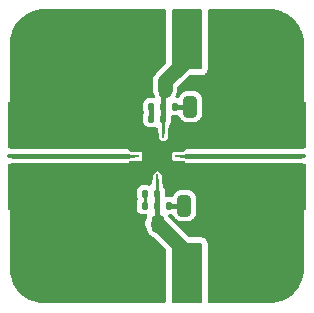
<source format=gbr>
%TF.GenerationSoftware,KiCad,Pcbnew,8.0.1*%
%TF.CreationDate,2024-06-29T11:44:41-04:00*%
%TF.ProjectId,X-Band Amplifier QPA2598,582d4261-6e64-4204-916d-706c69666965,v1.0*%
%TF.SameCoordinates,Original*%
%TF.FileFunction,Copper,L1,Top*%
%TF.FilePolarity,Positive*%
%FSLAX46Y46*%
G04 Gerber Fmt 4.6, Leading zero omitted, Abs format (unit mm)*
G04 Created by KiCad (PCBNEW 8.0.1) date 2024-06-29 11:44:41*
%MOMM*%
%LPD*%
G01*
G04 APERTURE LIST*
G04 Aperture macros list*
%AMRoundRect*
0 Rectangle with rounded corners*
0 $1 Rounding radius*
0 $2 $3 $4 $5 $6 $7 $8 $9 X,Y pos of 4 corners*
0 Add a 4 corners polygon primitive as box body*
4,1,4,$2,$3,$4,$5,$6,$7,$8,$9,$2,$3,0*
0 Add four circle primitives for the rounded corners*
1,1,$1+$1,$2,$3*
1,1,$1+$1,$4,$5*
1,1,$1+$1,$6,$7*
1,1,$1+$1,$8,$9*
0 Add four rect primitives between the rounded corners*
20,1,$1+$1,$2,$3,$4,$5,0*
20,1,$1+$1,$4,$5,$6,$7,0*
20,1,$1+$1,$6,$7,$8,$9,0*
20,1,$1+$1,$8,$9,$2,$3,0*%
G04 Aperture macros list end*
%TA.AperFunction,SMDPad,CuDef*%
%ADD10RoundRect,0.135000X0.135000X0.185000X-0.135000X0.185000X-0.135000X-0.185000X0.135000X-0.185000X0*%
%TD*%
%TA.AperFunction,SMDPad,CuDef*%
%ADD11RoundRect,0.135000X-0.135000X-0.185000X0.135000X-0.185000X0.135000X0.185000X-0.135000X0.185000X0*%
%TD*%
%TA.AperFunction,SMDPad,CuDef*%
%ADD12RoundRect,0.250000X-0.325000X-0.650000X0.325000X-0.650000X0.325000X0.650000X-0.325000X0.650000X0*%
%TD*%
%TA.AperFunction,SMDPad,CuDef*%
%ADD13RoundRect,0.250000X0.250000X0.475000X-0.250000X0.475000X-0.250000X-0.475000X0.250000X-0.475000X0*%
%TD*%
%TA.AperFunction,SMDPad,CuDef*%
%ADD14RoundRect,0.250000X-0.250000X-0.475000X0.250000X-0.475000X0.250000X0.475000X-0.250000X0.475000X0*%
%TD*%
%TA.AperFunction,SMDPad,CuDef*%
%ADD15RoundRect,0.250000X0.325000X0.650000X-0.325000X0.650000X-0.325000X-0.650000X0.325000X-0.650000X0*%
%TD*%
%TA.AperFunction,SMDPad,CuDef*%
%ADD16RoundRect,0.087500X0.412500X-0.087500X0.412500X0.087500X-0.412500X0.087500X-0.412500X-0.087500X0*%
%TD*%
%TA.AperFunction,SMDPad,CuDef*%
%ADD17R,5.500000X4.000000*%
%TD*%
%TA.AperFunction,SMDPad,CuDef*%
%ADD18RoundRect,0.062500X-0.350000X-0.062500X0.350000X-0.062500X0.350000X0.062500X-0.350000X0.062500X0*%
%TD*%
%TA.AperFunction,SMDPad,CuDef*%
%ADD19RoundRect,0.062500X-0.062500X-0.350000X0.062500X-0.350000X0.062500X0.350000X-0.062500X0.350000X0*%
%TD*%
%TA.AperFunction,HeatsinkPad*%
%ADD20C,0.500000*%
%TD*%
%TA.AperFunction,HeatsinkPad*%
%ADD21R,2.500000X2.500000*%
%TD*%
%TA.AperFunction,SMDPad,CuDef*%
%ADD22RoundRect,0.087500X-0.412500X0.087500X-0.412500X-0.087500X0.412500X-0.087500X0.412500X0.087500X0*%
%TD*%
%TA.AperFunction,ComponentPad*%
%ADD23C,5.562600*%
%TD*%
%TA.AperFunction,SMDPad,CuDef*%
%ADD24RoundRect,0.140000X0.140000X0.170000X-0.140000X0.170000X-0.140000X-0.170000X0.140000X-0.170000X0*%
%TD*%
%TA.AperFunction,SMDPad,CuDef*%
%ADD25RoundRect,0.140000X-0.140000X-0.170000X0.140000X-0.170000X0.140000X0.170000X-0.140000X0.170000X0*%
%TD*%
%TA.AperFunction,ViaPad*%
%ADD26C,0.600000*%
%TD*%
%TA.AperFunction,ViaPad*%
%ADD27C,0.500000*%
%TD*%
%TA.AperFunction,Conductor*%
%ADD28C,1.270000*%
%TD*%
%TA.AperFunction,Conductor*%
%ADD29C,0.250000*%
%TD*%
%TA.AperFunction,Conductor*%
%ADD30C,0.400000*%
%TD*%
G04 APERTURE END LIST*
D10*
%TO.P,R4,1*%
%TO.N,VD*%
X140210000Y-60325000D03*
%TO.P,R4,2*%
%TO.N,Net-(C6-Pad1)*%
X139190000Y-60325000D03*
%TD*%
D11*
%TO.P,R3,1*%
%TO.N,VD*%
X140206000Y-59309000D03*
%TO.P,R3,2*%
%TO.N,Net-(C5-Pad1)*%
X141226000Y-59309000D03*
%TD*%
%TO.P,R2,1*%
%TO.N,Net-(C2-Pad2)*%
X138682000Y-66675000D03*
%TO.P,R2,2*%
%TO.N,VG*%
X139702000Y-66675000D03*
%TD*%
D10*
%TO.P,R1,1*%
%TO.N,Net-(C1-Pad2)*%
X140718000Y-67691000D03*
%TO.P,R1,2*%
%TO.N,VG*%
X139698000Y-67691000D03*
%TD*%
D12*
%TO.P,C5,1*%
%TO.N,Net-(C5-Pad1)*%
X142543000Y-59309000D03*
%TO.P,C5,2*%
%TO.N,GND*%
X145493000Y-59309000D03*
%TD*%
D13*
%TO.P,C4,2*%
%TO.N,GND*%
X138496000Y-57785000D03*
%TO.P,C4,1*%
%TO.N,VD*%
X140396000Y-57785000D03*
%TD*%
D14*
%TO.P,C3,1*%
%TO.N,GND*%
X137861000Y-69215000D03*
%TO.P,C3,2*%
%TO.N,VG*%
X139761000Y-69215000D03*
%TD*%
D15*
%TO.P,C1,1*%
%TO.N,GND*%
X144985000Y-67691000D03*
%TO.P,C1,2*%
%TO.N,Net-(C1-Pad2)*%
X142035000Y-67691000D03*
%TD*%
D16*
%TO.P,J2,1,In*%
%TO.N,Net-(J2-In)*%
X151850000Y-63500000D03*
D17*
%TO.P,J2,2,Ext*%
%TO.N,GND*%
X149600000Y-66135000D03*
X149600000Y-60865000D03*
%TD*%
D18*
%TO.P,U1,1,NC*%
%TO.N,GND*%
X137762500Y-62500000D03*
%TO.P,U1,2,NC*%
X137762500Y-63000000D03*
%TO.P,U1,3,RF_IN*%
%TO.N,Net-(J1-In)*%
X137762500Y-63500000D03*
%TO.P,U1,4,NC*%
%TO.N,GND*%
X137762500Y-64000000D03*
%TO.P,U1,5,NC*%
X137762500Y-64500000D03*
D19*
%TO.P,U1,6,NC*%
X138700000Y-65437500D03*
%TO.P,U1,7,NC*%
X139200000Y-65437500D03*
%TO.P,U1,8,VG*%
%TO.N,VG*%
X139700000Y-65437500D03*
%TO.P,U1,9,NC*%
%TO.N,GND*%
X140200000Y-65437500D03*
%TO.P,U1,10,NC*%
X140700000Y-65437500D03*
D18*
%TO.P,U1,11,NC*%
X141637500Y-64500000D03*
%TO.P,U1,12,NC*%
X141637500Y-64000000D03*
%TO.P,U1,13,RF_OUT*%
%TO.N,Net-(J2-In)*%
X141637500Y-63500000D03*
%TO.P,U1,14,NC*%
%TO.N,GND*%
X141637500Y-63000000D03*
%TO.P,U1,15,NC*%
X141637500Y-62500000D03*
D19*
%TO.P,U1,16,NC*%
X140700000Y-61562500D03*
%TO.P,U1,17,VD*%
%TO.N,VD*%
X140200000Y-61562500D03*
%TO.P,U1,18,NC*%
%TO.N,GND*%
X139700000Y-61562500D03*
%TO.P,U1,19,NC*%
X139200000Y-61562500D03*
%TO.P,U1,20,NC*%
X138700000Y-61562500D03*
D20*
%TO.P,U1,21,GND*%
X138700000Y-62500000D03*
X138700000Y-64500000D03*
D21*
X139700000Y-63500000D03*
D20*
X140700000Y-62500000D03*
X140700000Y-64500000D03*
%TD*%
D22*
%TO.P,J1,1,In*%
%TO.N,Net-(J1-In)*%
X127550000Y-63500000D03*
D17*
%TO.P,J1,2,Ext*%
%TO.N,GND*%
X129800000Y-60865000D03*
X129800000Y-66135000D03*
%TD*%
D23*
%TO.P,H2,1,1*%
%TO.N,GND*%
X149225000Y-53975000D03*
%TD*%
%TO.P,H3,1,1*%
%TO.N,GND*%
X130175000Y-73025000D03*
%TD*%
D24*
%TO.P,C6,1*%
%TO.N,Net-(C6-Pad1)*%
X139192000Y-59309000D03*
%TO.P,C6,2*%
%TO.N,GND*%
X138232000Y-59309000D03*
%TD*%
D23*
%TO.P,H4,1,1*%
%TO.N,GND*%
X149225000Y-73025000D03*
%TD*%
%TO.P,H1,1,1*%
%TO.N,GND*%
X130175000Y-53975000D03*
%TD*%
D25*
%TO.P,C2,1*%
%TO.N,GND*%
X137696000Y-67691000D03*
%TO.P,C2,2*%
%TO.N,Net-(C2-Pad2)*%
X138656000Y-67691000D03*
%TD*%
D26*
%TO.N,GND*%
X139446000Y-55245000D03*
X133350000Y-60960000D03*
X134874000Y-60960000D03*
X136906000Y-60579000D03*
X141351000Y-60960000D03*
X141986000Y-60960000D03*
X142748000Y-60960000D03*
X130048000Y-69215000D03*
X143129000Y-57404000D03*
X147066000Y-57785000D03*
X145161000Y-55372000D03*
X145161000Y-52070000D03*
X134493000Y-52324000D03*
X139446000Y-52197000D03*
X139446000Y-53848000D03*
X134239000Y-56261000D03*
X132207000Y-57658000D03*
X134112000Y-58420000D03*
X134239000Y-60071000D03*
X146939000Y-69596000D03*
X136017000Y-70231000D03*
X132334000Y-70104000D03*
X134747000Y-68072000D03*
X145161000Y-71501000D03*
X145288000Y-74930000D03*
X139573000Y-72390000D03*
X139573000Y-73914000D03*
X139573000Y-75184000D03*
X134239000Y-71755000D03*
X134239000Y-74549000D03*
X135890000Y-59309000D03*
X143764000Y-67691000D03*
X133477000Y-66421000D03*
X134747000Y-66421000D03*
X136017000Y-66421000D03*
X137287000Y-57785000D03*
X144272000Y-59309000D03*
X145542000Y-57658000D03*
X145669000Y-60960000D03*
X144653000Y-60960000D03*
X143637000Y-60960000D03*
X145923000Y-66040000D03*
X143764000Y-66040000D03*
X146177000Y-67691000D03*
X144907000Y-66040000D03*
X144907000Y-69342000D03*
X137922000Y-70358000D03*
X136779000Y-69215000D03*
X136906000Y-67691000D03*
X137541000Y-66675000D03*
X135890000Y-57658000D03*
X137414000Y-59182000D03*
X138049000Y-60198000D03*
X141351000Y-61920000D03*
X138100000Y-61870000D03*
D27*
X140200000Y-64500000D03*
X139200000Y-64500000D03*
X139700000Y-64500000D03*
X138700000Y-64000000D03*
X140200000Y-64000000D03*
X139700000Y-64000000D03*
X140700000Y-64000000D03*
X139200000Y-64000000D03*
X140200000Y-63500000D03*
X139700000Y-63500000D03*
X138700000Y-63500000D03*
X140700000Y-63500000D03*
X139200000Y-63500000D03*
X140690000Y-63000000D03*
X140190000Y-63000000D03*
X139690000Y-63000000D03*
X139190000Y-63000000D03*
X138690000Y-63000000D03*
X140200000Y-62500000D03*
X139700000Y-62500000D03*
X139200000Y-62500000D03*
D26*
X148082000Y-62484000D03*
X132588000Y-62484000D03*
X143256000Y-61849000D03*
X133858000Y-62484000D03*
X131953000Y-64516000D03*
X132842000Y-61849000D03*
X130048000Y-64516000D03*
X147447000Y-62484000D03*
X148717000Y-62484000D03*
X133477000Y-61849000D03*
X146177000Y-64516000D03*
X148971000Y-61849000D03*
X148717000Y-64516000D03*
X141250000Y-65060000D03*
X136017000Y-61849000D03*
X142367000Y-62484000D03*
X138140000Y-65040000D03*
X149606000Y-65151000D03*
X134493000Y-62484000D03*
X149987000Y-64516000D03*
X142621000Y-61849000D03*
X132842000Y-65151000D03*
X135763000Y-62484000D03*
X147066000Y-61849000D03*
X149606000Y-61849000D03*
X135128000Y-62484000D03*
X145796000Y-65151000D03*
X143891000Y-65151000D03*
X150241000Y-65151000D03*
X149352000Y-62484000D03*
X144272000Y-62484000D03*
X133223000Y-62484000D03*
X132588000Y-64516000D03*
X148336000Y-61849000D03*
X131953000Y-62484000D03*
X143891000Y-61849000D03*
X150622000Y-62484000D03*
X128397000Y-61849000D03*
X135382000Y-61849000D03*
X135382000Y-65151000D03*
X129032000Y-65151000D03*
X150241000Y-61849000D03*
X132207000Y-65151000D03*
X145542000Y-64516000D03*
X146812000Y-62484000D03*
X145161000Y-65151000D03*
X136652000Y-65151000D03*
X135128000Y-64516000D03*
X140690600Y-66210000D03*
X143002000Y-64516000D03*
X151511000Y-61849000D03*
X142748000Y-66040000D03*
X145161000Y-61849000D03*
X136398000Y-62484000D03*
X150876000Y-61849000D03*
X129032000Y-61849000D03*
X148971000Y-65151000D03*
X127508000Y-64516000D03*
X151257000Y-62484000D03*
X143002000Y-62484000D03*
X147701000Y-65151000D03*
X137033000Y-62484000D03*
X128143000Y-62484000D03*
X130937000Y-61849000D03*
X144526000Y-61849000D03*
X129667000Y-61849000D03*
X134493000Y-64516000D03*
X127762000Y-61849000D03*
X136017000Y-65151000D03*
X128778000Y-64516000D03*
X137795000Y-66040000D03*
X129667000Y-65151000D03*
X131318000Y-62484000D03*
X148336000Y-65151000D03*
X128143000Y-64516000D03*
X131318000Y-64516000D03*
X147066000Y-65151000D03*
X133223000Y-64516000D03*
X149352000Y-64516000D03*
X145542000Y-62484000D03*
X147447000Y-64516000D03*
X130302000Y-65151000D03*
X151892000Y-64516000D03*
X143637000Y-64516000D03*
X128397000Y-65151000D03*
X141986000Y-66040000D03*
X150622000Y-64516000D03*
X127508000Y-62484000D03*
X130683000Y-62484000D03*
X131572000Y-65151000D03*
X127762000Y-65151000D03*
X144907000Y-62484000D03*
X136398000Y-64516000D03*
X134112000Y-61849000D03*
X144272000Y-64516000D03*
X128778000Y-62484000D03*
X149987000Y-62484000D03*
X142367000Y-64516000D03*
X151257000Y-64516000D03*
X143256000Y-65151000D03*
X150876000Y-65151000D03*
X137160000Y-65786000D03*
X130683000Y-64516000D03*
X146177000Y-62484000D03*
X151892000Y-62484000D03*
X143637000Y-62484000D03*
X130048000Y-62484000D03*
X129413000Y-64516000D03*
X144526000Y-65151000D03*
X129413000Y-62484000D03*
X130937000Y-65151000D03*
X135763000Y-64516000D03*
X133477000Y-65151000D03*
X134112000Y-65151000D03*
X137033000Y-64516000D03*
X147701000Y-61849000D03*
X131572000Y-61849000D03*
X142621000Y-65151000D03*
X133858000Y-64516000D03*
X136652000Y-61849000D03*
X146431000Y-65151000D03*
X145796000Y-61849000D03*
X134747000Y-65151000D03*
X148082000Y-64516000D03*
X144907000Y-64516000D03*
X132207000Y-61849000D03*
X146812000Y-64516000D03*
X141376400Y-66014600D03*
X130302000Y-61849000D03*
X146431000Y-61849000D03*
X151511000Y-65151000D03*
X136144000Y-60960000D03*
X134747000Y-61849000D03*
%TD*%
D28*
%TO.N,VD*%
X142316200Y-55245000D02*
X142367000Y-55245000D01*
X140396000Y-57165200D02*
X142316200Y-55245000D01*
X140396000Y-57785000D02*
X140396000Y-57165200D01*
D29*
%TO.N,Net-(C2-Pad2)*%
X138656000Y-66701000D02*
X138682000Y-66675000D01*
X138656000Y-67691000D02*
X138656000Y-66701000D01*
D28*
%TO.N,VG*%
X142240000Y-71694000D02*
X142240000Y-71755000D01*
X139761000Y-69215000D02*
X142240000Y-71694000D01*
D30*
X139698000Y-69152000D02*
X139698000Y-67691000D01*
X139761000Y-69215000D02*
X139698000Y-69152000D01*
%TO.N,Net-(C1-Pad2)*%
X140718000Y-67691000D02*
X142035000Y-67691000D01*
%TO.N,VG*%
X139702000Y-67687000D02*
X139698000Y-67691000D01*
X139702000Y-66675000D02*
X139702000Y-67687000D01*
D29*
X139700000Y-66673000D02*
X139702000Y-66675000D01*
X139700000Y-65437500D02*
X139700000Y-66673000D01*
%TO.N,GND*%
X140224740Y-62500000D02*
X140200000Y-62500000D01*
X140700000Y-62024740D02*
X140224740Y-62500000D01*
X140700000Y-61562500D02*
X140700000Y-62024740D01*
X140700000Y-61562500D02*
X140700000Y-62500000D01*
X140175260Y-62500000D02*
X140200000Y-62500000D01*
X139700000Y-62024740D02*
X140175260Y-62500000D01*
X139700000Y-61562500D02*
X139700000Y-62024740D01*
X140200000Y-64500000D02*
X140200000Y-65437500D01*
X139724740Y-64500000D02*
X140200000Y-64975260D01*
X139700000Y-64500000D02*
X139724740Y-64500000D01*
X140200000Y-64975260D02*
X140200000Y-65437500D01*
X139675260Y-64500000D02*
X139200000Y-64975260D01*
X139200000Y-64975260D02*
X139200000Y-65437500D01*
X139700000Y-64500000D02*
X139675260Y-64500000D01*
X139200000Y-65437500D02*
X139200000Y-64500000D01*
D30*
%TO.N,VD*%
X140206000Y-59309000D02*
X140206000Y-57975000D01*
X140206000Y-57975000D02*
X140396000Y-57785000D01*
%TO.N,Net-(C5-Pad1)*%
X141226000Y-59309000D02*
X142543000Y-59309000D01*
%TO.N,VD*%
X140206000Y-59309000D02*
X140206000Y-60321000D01*
X140206000Y-60321000D02*
X140210000Y-60325000D01*
D29*
%TO.N,Net-(C6-Pad1)*%
X139192000Y-59186000D02*
X139192000Y-59309000D01*
X139190000Y-59184000D02*
X139192000Y-59186000D01*
D30*
X139190000Y-60325000D02*
X139190000Y-59184000D01*
D29*
%TO.N,VD*%
X140200000Y-61562500D02*
X140200000Y-60335000D01*
X140200000Y-60335000D02*
X140210000Y-60325000D01*
%TO.N,GND*%
X137762500Y-64000000D02*
X138438000Y-64000000D01*
X140700000Y-62500000D02*
X141637500Y-62500000D01*
X137762500Y-62500000D02*
X138700000Y-62500000D01*
X140200000Y-65437500D02*
X140200000Y-65000000D01*
X141200000Y-63000000D02*
X140700000Y-62500000D01*
X137762500Y-64500000D02*
X138700000Y-64500000D01*
X138438000Y-63000000D02*
X138938000Y-63500000D01*
X139700000Y-62738000D02*
X139700000Y-63500000D01*
X141637500Y-63000000D02*
X141851000Y-63000000D01*
X141200000Y-64000000D02*
X140700000Y-64500000D01*
X139200000Y-65000000D02*
X138700000Y-64500000D01*
X137549000Y-63000000D02*
X137033000Y-62484000D01*
X140200000Y-65000000D02*
X140700000Y-64500000D01*
X141637500Y-63000000D02*
X140962000Y-63000000D01*
X141637500Y-63000000D02*
X141200000Y-63000000D01*
X138200000Y-64000000D02*
X138700000Y-64500000D01*
X137762500Y-64000000D02*
X138200000Y-64000000D01*
X138438000Y-64000000D02*
X138938000Y-63500000D01*
X141637500Y-64000000D02*
X141851000Y-64000000D01*
X138700000Y-61562500D02*
X138700000Y-62500000D01*
X141637500Y-64000000D02*
X141200000Y-64000000D01*
X139700000Y-61562500D02*
X139700000Y-62738000D01*
X140962000Y-63000000D02*
X140462000Y-63500000D01*
X138200000Y-63000000D02*
X138700000Y-62500000D01*
X137762500Y-63000000D02*
X138438000Y-63000000D01*
X137549000Y-64000000D02*
X137033000Y-64516000D01*
X141851000Y-64000000D02*
X142367000Y-64516000D01*
X140962000Y-64000000D02*
X140462000Y-63500000D01*
X141851000Y-63000000D02*
X142367000Y-62484000D01*
X137762500Y-63000000D02*
X138200000Y-63000000D01*
X141637500Y-64500000D02*
X140700000Y-64500000D01*
X141637500Y-64000000D02*
X140962000Y-64000000D01*
X137762500Y-63000000D02*
X137549000Y-63000000D01*
X138700000Y-65437500D02*
X138700000Y-64500000D01*
X137762500Y-64000000D02*
X137549000Y-64000000D01*
X140700000Y-65437500D02*
X140700000Y-64500000D01*
X139200000Y-65437500D02*
X139200000Y-65000000D01*
D30*
%TO.N,Net-(J1-In)*%
X127550000Y-63500000D02*
X137240000Y-63500000D01*
D29*
X137762500Y-63500000D02*
X137240000Y-63500000D01*
%TO.N,Net-(J2-In)*%
X141637500Y-63500000D02*
X142140000Y-63500000D01*
D30*
X151850000Y-63500000D02*
X142140000Y-63500000D01*
%TD*%
%TA.AperFunction,Conductor*%
%TO.N,VD*%
G36*
X143453039Y-51074185D02*
G01*
X143498794Y-51126989D01*
X143510000Y-51178500D01*
X143510000Y-56010000D01*
X143490315Y-56077039D01*
X143437511Y-56122794D01*
X143386000Y-56134000D01*
X141094000Y-56134000D01*
X141026961Y-56114315D01*
X140981206Y-56061511D01*
X140970000Y-56010000D01*
X140970000Y-51178500D01*
X140989685Y-51111461D01*
X141042489Y-51065706D01*
X141094000Y-51054500D01*
X143386000Y-51054500D01*
X143453039Y-51074185D01*
G37*
%TD.AperFunction*%
%TD*%
%TA.AperFunction,Conductor*%
%TO.N,VG*%
G36*
X143440039Y-70885685D02*
G01*
X143485794Y-70938489D01*
X143497000Y-70990000D01*
X143497000Y-75821500D01*
X143477315Y-75888539D01*
X143424511Y-75934294D01*
X143373000Y-75945500D01*
X141081000Y-75945500D01*
X141013961Y-75925815D01*
X140968206Y-75873011D01*
X140957000Y-75821500D01*
X140957000Y-70990000D01*
X140976685Y-70922961D01*
X141029489Y-70877206D01*
X141081000Y-70866000D01*
X143373000Y-70866000D01*
X143440039Y-70885685D01*
G37*
%TD.AperFunction*%
%TD*%
%TA.AperFunction,Conductor*%
%TO.N,GND*%
G36*
X140398621Y-51074502D02*
G01*
X140445114Y-51128158D01*
X140456500Y-51180500D01*
X140456500Y-55588090D01*
X140436498Y-55656211D01*
X140419596Y-55677185D01*
X139735907Y-56360875D01*
X139591673Y-56505109D01*
X139591672Y-56505111D01*
X139478352Y-56674706D01*
X139400295Y-56863152D01*
X139400294Y-56863155D01*
X139360500Y-57063208D01*
X139360500Y-57886991D01*
X139400294Y-58087044D01*
X139400295Y-58087047D01*
X139478352Y-58275494D01*
X139481268Y-58280948D01*
X139479111Y-58282100D01*
X139495889Y-58330656D01*
X139498400Y-58362558D01*
X139498402Y-58362571D01*
X139520751Y-58439497D01*
X139520548Y-58510493D01*
X139481994Y-58570109D01*
X139417329Y-58599417D01*
X139384733Y-58599750D01*
X139374327Y-58598500D01*
X139374320Y-58598500D01*
X139341627Y-58598500D01*
X139309017Y-58594207D01*
X139269057Y-58583500D01*
X139110943Y-58583500D01*
X139110942Y-58583500D01*
X139070983Y-58594207D01*
X139038373Y-58598500D01*
X139009676Y-58598500D01*
X138922825Y-58608929D01*
X138784605Y-58663437D01*
X138666214Y-58753214D01*
X138576437Y-58871605D01*
X138521929Y-59009825D01*
X138511500Y-59096676D01*
X138511500Y-59521323D01*
X138521929Y-59608174D01*
X138579600Y-59754413D01*
X138577126Y-59755388D01*
X138589500Y-59802619D01*
X138589500Y-59836769D01*
X138580715Y-59882992D01*
X138529835Y-60012015D01*
X138529833Y-60012024D01*
X138519500Y-60098070D01*
X138519500Y-60551921D01*
X138519501Y-60551931D01*
X138529833Y-60637978D01*
X138583836Y-60774920D01*
X138583837Y-60774922D01*
X138672784Y-60892216D01*
X138790078Y-60981163D01*
X138927021Y-61035166D01*
X139013073Y-61045500D01*
X139366926Y-61045499D01*
X139452979Y-61035166D01*
X139502275Y-61015725D01*
X139572984Y-61009342D01*
X139635919Y-61042199D01*
X139671100Y-61103867D01*
X139674500Y-61132940D01*
X139674500Y-61968274D01*
X139677433Y-61999553D01*
X139723529Y-62131285D01*
X139723530Y-62131286D01*
X139723531Y-62131289D01*
X139806411Y-62243589D01*
X139918711Y-62326469D01*
X139918714Y-62326470D01*
X140050447Y-62372566D01*
X140050449Y-62372566D01*
X140050451Y-62372567D01*
X140081728Y-62375500D01*
X140081731Y-62375500D01*
X140318269Y-62375500D01*
X140318272Y-62375500D01*
X140349549Y-62372567D01*
X140349551Y-62372566D01*
X140349553Y-62372566D01*
X140415419Y-62349518D01*
X140481289Y-62326469D01*
X140593589Y-62243589D01*
X140676469Y-62131289D01*
X140722567Y-61999549D01*
X140725500Y-61968272D01*
X140725500Y-61156728D01*
X140725500Y-60936850D01*
X140745502Y-60868729D01*
X140751103Y-60860716D01*
X140816163Y-60774922D01*
X140870166Y-60637979D01*
X140880500Y-60551927D01*
X140880499Y-60151291D01*
X140900501Y-60083172D01*
X140954156Y-60036678D01*
X141021521Y-60026191D01*
X141049073Y-60029500D01*
X141402926Y-60029499D01*
X141449571Y-60023898D01*
X141519591Y-60035636D01*
X141572149Y-60083366D01*
X141585590Y-60113846D01*
X141616257Y-60219401D01*
X141699917Y-60360863D01*
X141699923Y-60360870D01*
X141816129Y-60477076D01*
X141816136Y-60477082D01*
X141957598Y-60560742D01*
X141957599Y-60560742D01*
X141957602Y-60560744D01*
X142115431Y-60606598D01*
X142152306Y-60609500D01*
X142152307Y-60609500D01*
X142933693Y-60609500D01*
X142933694Y-60609500D01*
X142970569Y-60606598D01*
X143128398Y-60560744D01*
X143269865Y-60477081D01*
X143386081Y-60360865D01*
X143469744Y-60219398D01*
X143515598Y-60061569D01*
X143518500Y-60024694D01*
X143518500Y-58593306D01*
X143515598Y-58556431D01*
X143469744Y-58398602D01*
X143469741Y-58398597D01*
X143386082Y-58257136D01*
X143386076Y-58257129D01*
X143269870Y-58140923D01*
X143269863Y-58140917D01*
X143128401Y-58057257D01*
X142970568Y-58011401D01*
X142936595Y-58008728D01*
X142933694Y-58008500D01*
X142152306Y-58008500D01*
X142149405Y-58008728D01*
X142115432Y-58011401D01*
X142115431Y-58011401D01*
X141957598Y-58057257D01*
X141816136Y-58140917D01*
X141816129Y-58140923D01*
X141699923Y-58257129D01*
X141699917Y-58257136D01*
X141616257Y-58398597D01*
X141585590Y-58504154D01*
X141547376Y-58563989D01*
X141482880Y-58593666D01*
X141449571Y-58594101D01*
X141402932Y-58588500D01*
X141402927Y-58588500D01*
X141395775Y-58588500D01*
X141327654Y-58568498D01*
X141281161Y-58514842D01*
X141271057Y-58444568D01*
X141274778Y-58427347D01*
X141283129Y-58398602D01*
X141293598Y-58362569D01*
X141296109Y-58330658D01*
X141312968Y-58282143D01*
X141310732Y-58280948D01*
X141313647Y-58275494D01*
X141313648Y-58275493D01*
X141391706Y-58087044D01*
X141431500Y-57886988D01*
X141431500Y-57646309D01*
X141451502Y-57578188D01*
X141468405Y-57557213D01*
X142341215Y-56684404D01*
X142403527Y-56650379D01*
X142430310Y-56647500D01*
X143385995Y-56647500D01*
X143386000Y-56647500D01*
X143495157Y-56635764D01*
X143546668Y-56624558D01*
X143650827Y-56589890D01*
X143773782Y-56510871D01*
X143773784Y-56510868D01*
X143773786Y-56510868D01*
X143800184Y-56487993D01*
X143826586Y-56465116D01*
X143922297Y-56354661D01*
X143983014Y-56221713D01*
X144002699Y-56154674D01*
X144002700Y-56154670D01*
X144023500Y-56010000D01*
X144023500Y-51180500D01*
X144043502Y-51112379D01*
X144097158Y-51065886D01*
X144149500Y-51054500D01*
X149180125Y-51054500D01*
X149221461Y-51054500D01*
X149228525Y-51054697D01*
X149544929Y-51072466D01*
X149558965Y-51074047D01*
X149867904Y-51126539D01*
X149881662Y-51129679D01*
X150182784Y-51216431D01*
X150196118Y-51221097D01*
X150485619Y-51341012D01*
X150498349Y-51347143D01*
X150772602Y-51498717D01*
X150784567Y-51506234D01*
X151040132Y-51687567D01*
X151051179Y-51696377D01*
X151284828Y-51905180D01*
X151294819Y-51915171D01*
X151503622Y-52148820D01*
X151512432Y-52159867D01*
X151693765Y-52415432D01*
X151701282Y-52427397D01*
X151852856Y-52701650D01*
X151858987Y-52714380D01*
X151978902Y-53003881D01*
X151983569Y-53017218D01*
X152070318Y-53318329D01*
X152073462Y-53332104D01*
X152125951Y-53641032D01*
X152127533Y-53655073D01*
X152145302Y-53971474D01*
X152145500Y-53978539D01*
X152145500Y-62793289D01*
X152125498Y-62861410D01*
X152071842Y-62907903D01*
X152001568Y-62918007D01*
X151986890Y-62914996D01*
X151929057Y-62899500D01*
X142060943Y-62899500D01*
X141908216Y-62940423D01*
X141908215Y-62940423D01*
X141908213Y-62940424D01*
X141878431Y-62957619D01*
X141815431Y-62974500D01*
X141231725Y-62974500D01*
X141200446Y-62977433D01*
X141068714Y-63023529D01*
X140956411Y-63106411D01*
X140873529Y-63218714D01*
X140827433Y-63350446D01*
X140824500Y-63381725D01*
X140824500Y-63618274D01*
X140827433Y-63649553D01*
X140873529Y-63781285D01*
X140873530Y-63781286D01*
X140873531Y-63781289D01*
X140956411Y-63893589D01*
X141068711Y-63976469D01*
X141068714Y-63976470D01*
X141200447Y-64022566D01*
X141200449Y-64022566D01*
X141200451Y-64022567D01*
X141231728Y-64025500D01*
X141568317Y-64025500D01*
X141815431Y-64025500D01*
X141878431Y-64042381D01*
X141908216Y-64059577D01*
X142060943Y-64100500D01*
X142060945Y-64100500D01*
X151929056Y-64100500D01*
X151929057Y-64100500D01*
X151986888Y-64085004D01*
X152057864Y-64086693D01*
X152116660Y-64126486D01*
X152144609Y-64191750D01*
X152145500Y-64206710D01*
X152145500Y-73021460D01*
X152145302Y-73028525D01*
X152127533Y-73344926D01*
X152125951Y-73358967D01*
X152073462Y-73667895D01*
X152070318Y-73681670D01*
X151983569Y-73982781D01*
X151978902Y-73996118D01*
X151858987Y-74285619D01*
X151852856Y-74298349D01*
X151701282Y-74572602D01*
X151693765Y-74584567D01*
X151512432Y-74840132D01*
X151503622Y-74851179D01*
X151294819Y-75084828D01*
X151284828Y-75094819D01*
X151051179Y-75303622D01*
X151040132Y-75312432D01*
X150784567Y-75493765D01*
X150772602Y-75501282D01*
X150498349Y-75652856D01*
X150485619Y-75658987D01*
X150196118Y-75778902D01*
X150182781Y-75783569D01*
X149881670Y-75870318D01*
X149867895Y-75873462D01*
X149558967Y-75925951D01*
X149544926Y-75927533D01*
X149228526Y-75945302D01*
X149221461Y-75945500D01*
X144136500Y-75945500D01*
X144068379Y-75925498D01*
X144021886Y-75871842D01*
X144010500Y-75819500D01*
X144010500Y-70990004D01*
X144010499Y-70989992D01*
X143998764Y-70880843D01*
X143987558Y-70829332D01*
X143952890Y-70725173D01*
X143873871Y-70602218D01*
X143873870Y-70602217D01*
X143873869Y-70602215D01*
X143873868Y-70602213D01*
X143828119Y-70549417D01*
X143717662Y-70453704D01*
X143717661Y-70453703D01*
X143584715Y-70392986D01*
X143517679Y-70373302D01*
X143517675Y-70373301D01*
X143517672Y-70373300D01*
X143517670Y-70373300D01*
X143373000Y-70352500D01*
X143372996Y-70352500D01*
X142415108Y-70352500D01*
X142346987Y-70332498D01*
X142326013Y-70315595D01*
X140685875Y-68675457D01*
X140653974Y-68621518D01*
X140639777Y-68572649D01*
X140639980Y-68501656D01*
X140678534Y-68442039D01*
X140743199Y-68412731D01*
X140760774Y-68411499D01*
X140894921Y-68411499D01*
X140894926Y-68411499D01*
X140941571Y-68405898D01*
X141011591Y-68417636D01*
X141064149Y-68465366D01*
X141077590Y-68495846D01*
X141099904Y-68572652D01*
X141108257Y-68601401D01*
X141191917Y-68742863D01*
X141191923Y-68742870D01*
X141308129Y-68859076D01*
X141308136Y-68859082D01*
X141449598Y-68942742D01*
X141449599Y-68942742D01*
X141449602Y-68942744D01*
X141607431Y-68988598D01*
X141644306Y-68991500D01*
X141644307Y-68991500D01*
X142425693Y-68991500D01*
X142425694Y-68991500D01*
X142462569Y-68988598D01*
X142620398Y-68942744D01*
X142761865Y-68859081D01*
X142878081Y-68742865D01*
X142961744Y-68601398D01*
X143007598Y-68443569D01*
X143010500Y-68406694D01*
X143010500Y-66975306D01*
X143007598Y-66938431D01*
X142961744Y-66780602D01*
X142878081Y-66639135D01*
X142878076Y-66639129D01*
X142761870Y-66522923D01*
X142761863Y-66522917D01*
X142620401Y-66439257D01*
X142462568Y-66393401D01*
X142428595Y-66390728D01*
X142425694Y-66390500D01*
X141644306Y-66390500D01*
X141641405Y-66390728D01*
X141607432Y-66393401D01*
X141607431Y-66393401D01*
X141449598Y-66439257D01*
X141308136Y-66522917D01*
X141308129Y-66522923D01*
X141191923Y-66639129D01*
X141191917Y-66639136D01*
X141108257Y-66780597D01*
X141077590Y-66886154D01*
X141039376Y-66945989D01*
X140974880Y-66975666D01*
X140941571Y-66976101D01*
X140894928Y-66970500D01*
X140541079Y-66970500D01*
X140524724Y-66972464D01*
X140513518Y-66973809D01*
X140443500Y-66962071D01*
X140390942Y-66914340D01*
X140372499Y-66848711D01*
X140372499Y-66448074D01*
X140362166Y-66362021D01*
X140308163Y-66225078D01*
X140308158Y-66225071D01*
X140251102Y-66149829D01*
X140225879Y-66083464D01*
X140225500Y-66073697D01*
X140225500Y-65031731D01*
X140225500Y-65031728D01*
X140222567Y-65000451D01*
X140222566Y-65000448D01*
X140222566Y-65000446D01*
X140176470Y-64868714D01*
X140176469Y-64868711D01*
X140093589Y-64756411D01*
X139981289Y-64673531D01*
X139981286Y-64673530D01*
X139981285Y-64673529D01*
X139849552Y-64627433D01*
X139849554Y-64627433D01*
X139818274Y-64624500D01*
X139818272Y-64624500D01*
X139581728Y-64624500D01*
X139581725Y-64624500D01*
X139550446Y-64627433D01*
X139418714Y-64673529D01*
X139306411Y-64756411D01*
X139223529Y-64868714D01*
X139177433Y-65000446D01*
X139174500Y-65031725D01*
X139174500Y-65870214D01*
X139154498Y-65938335D01*
X139100842Y-65984828D01*
X139030568Y-65994932D01*
X139002276Y-65987429D01*
X138944981Y-65964834D01*
X138944975Y-65964833D01*
X138858927Y-65954500D01*
X138505078Y-65954500D01*
X138505068Y-65954501D01*
X138419021Y-65964833D01*
X138282079Y-66018836D01*
X138164784Y-66107784D01*
X138075836Y-66225079D01*
X138021834Y-66362018D01*
X138021833Y-66362024D01*
X138011500Y-66448070D01*
X138011500Y-66901921D01*
X138011501Y-66901931D01*
X138021833Y-66987978D01*
X138071121Y-67112962D01*
X138077504Y-67183671D01*
X138054305Y-67235318D01*
X138040439Y-67253603D01*
X137985929Y-67391826D01*
X137975500Y-67478676D01*
X137975500Y-67903323D01*
X137985929Y-67990174D01*
X138040437Y-68128394D01*
X138130214Y-68246785D01*
X138189410Y-68291673D01*
X138248605Y-68336562D01*
X138386825Y-68391070D01*
X138386824Y-68391070D01*
X138414276Y-68394366D01*
X138473680Y-68401500D01*
X138473683Y-68401500D01*
X138764130Y-68401500D01*
X138832251Y-68421502D01*
X138878744Y-68475158D01*
X138888848Y-68545432D01*
X138885127Y-68562653D01*
X138863401Y-68637431D01*
X138863400Y-68637441D01*
X138860889Y-68669343D01*
X138844139Y-68717911D01*
X138846269Y-68719050D01*
X138843352Y-68724506D01*
X138765296Y-68912950D01*
X138765294Y-68912955D01*
X138725500Y-69113010D01*
X138725500Y-69316989D01*
X138765294Y-69517044D01*
X138765296Y-69517049D01*
X138843352Y-69705494D01*
X138846268Y-69710948D01*
X138844111Y-69712100D01*
X138860889Y-69760656D01*
X138863400Y-69792558D01*
X138863401Y-69792568D01*
X138909257Y-69950401D01*
X138992917Y-70091863D01*
X138992923Y-70091870D01*
X139109129Y-70208076D01*
X139109136Y-70208082D01*
X139250598Y-70291742D01*
X139250599Y-70291742D01*
X139250602Y-70291744D01*
X139392518Y-70332974D01*
X139446457Y-70364875D01*
X140406595Y-71325013D01*
X140440621Y-71387325D01*
X140443500Y-71414108D01*
X140443500Y-75819500D01*
X140423498Y-75887621D01*
X140369842Y-75934114D01*
X140317500Y-75945500D01*
X130178539Y-75945500D01*
X130171474Y-75945302D01*
X129855073Y-75927533D01*
X129841032Y-75925951D01*
X129532104Y-75873462D01*
X129518329Y-75870318D01*
X129217218Y-75783569D01*
X129203881Y-75778902D01*
X128914380Y-75658987D01*
X128901650Y-75652856D01*
X128627397Y-75501282D01*
X128615432Y-75493765D01*
X128359867Y-75312432D01*
X128348820Y-75303622D01*
X128115171Y-75094819D01*
X128105180Y-75084828D01*
X127896377Y-74851179D01*
X127887567Y-74840132D01*
X127706234Y-74584567D01*
X127698717Y-74572602D01*
X127547143Y-74298349D01*
X127541012Y-74285619D01*
X127421097Y-73996118D01*
X127416430Y-73982781D01*
X127329681Y-73681670D01*
X127326539Y-73667904D01*
X127274047Y-73358965D01*
X127272466Y-73344926D01*
X127254698Y-73028525D01*
X127254500Y-73021460D01*
X127254500Y-64206710D01*
X127274502Y-64138589D01*
X127328158Y-64092096D01*
X127398432Y-64081992D01*
X127413109Y-64085003D01*
X127470943Y-64100500D01*
X127470944Y-64100500D01*
X137319055Y-64100500D01*
X137319057Y-64100500D01*
X137471784Y-64059577D01*
X137501569Y-64042381D01*
X137564569Y-64025500D01*
X138168269Y-64025500D01*
X138168272Y-64025500D01*
X138199549Y-64022567D01*
X138199551Y-64022566D01*
X138199553Y-64022566D01*
X138265419Y-63999518D01*
X138331289Y-63976469D01*
X138443589Y-63893589D01*
X138526469Y-63781289D01*
X138572567Y-63649549D01*
X138575500Y-63618272D01*
X138575500Y-63381728D01*
X138572567Y-63350451D01*
X138572566Y-63350448D01*
X138572566Y-63350446D01*
X138526470Y-63218714D01*
X138526469Y-63218711D01*
X138443589Y-63106411D01*
X138331289Y-63023531D01*
X138331286Y-63023530D01*
X138331285Y-63023529D01*
X138199552Y-62977433D01*
X138199554Y-62977433D01*
X138168274Y-62974500D01*
X138168272Y-62974500D01*
X137831683Y-62974500D01*
X137564569Y-62974500D01*
X137501569Y-62957619D01*
X137471786Y-62940424D01*
X137471785Y-62940423D01*
X137471784Y-62940423D01*
X137319057Y-62899500D01*
X127470943Y-62899500D01*
X127470942Y-62899500D01*
X127413110Y-62914996D01*
X127342134Y-62913306D01*
X127283338Y-62873511D01*
X127255391Y-62808247D01*
X127254500Y-62793289D01*
X127254500Y-53978539D01*
X127254698Y-53971474D01*
X127272466Y-53655073D01*
X127274048Y-53641032D01*
X127302907Y-53471181D01*
X127326539Y-53332091D01*
X127329678Y-53318341D01*
X127416432Y-53017209D01*
X127421094Y-53003889D01*
X127541014Y-52714375D01*
X127547143Y-52701650D01*
X127698717Y-52427397D01*
X127706229Y-52415439D01*
X127887573Y-52159859D01*
X127896370Y-52148827D01*
X128105180Y-51915170D01*
X128115171Y-51905180D01*
X128348827Y-51696370D01*
X128359859Y-51687573D01*
X128615439Y-51506229D01*
X128627397Y-51498717D01*
X128901650Y-51347143D01*
X128914375Y-51341014D01*
X129203889Y-51221094D01*
X129217209Y-51216432D01*
X129518341Y-51129678D01*
X129532091Y-51126539D01*
X129841036Y-51074047D01*
X129855068Y-51072466D01*
X130171474Y-51054697D01*
X130178539Y-51054500D01*
X130219875Y-51054500D01*
X140330500Y-51054500D01*
X140398621Y-51074502D01*
G37*
%TD.AperFunction*%
%TD*%
M02*

</source>
